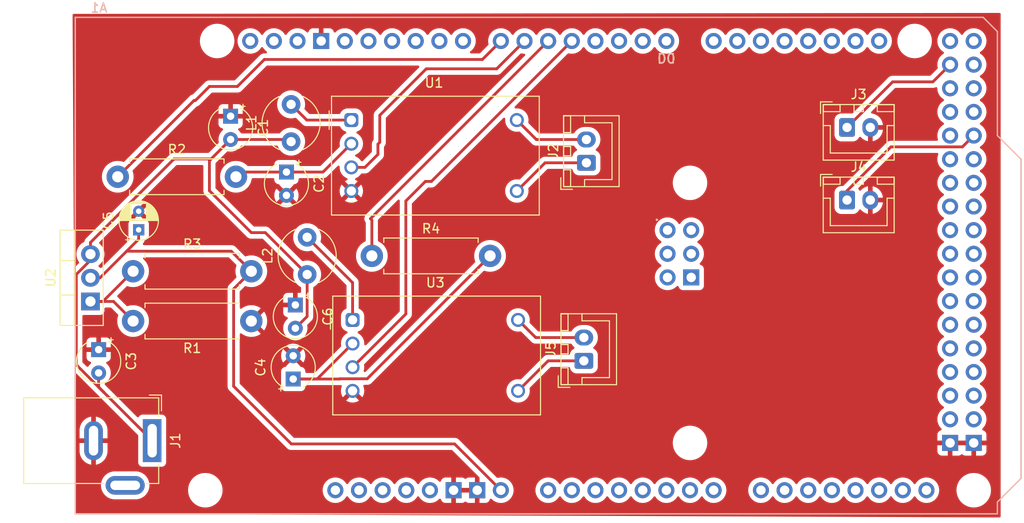
<source format=kicad_pcb>
(kicad_pcb (version 20240108) (generator "pcbnew") (generator_version "8.0")
  (layers (0 "F.Cu" signal) (31 "B.Cu" signal) (34 "B.Paste" user) (35 "F.Paste" user) (36 "B.SilkS" user "B.Silkscreen") (37 "F.SilkS" user "F.Silkscreen") (38 "B.Mask" user) (39 "F.Mask" user) (44 "Edge.Cuts" user))
  (net 0 "")
  (net 15 "Net-(U2-VO)")
  (net 25 "GND")
  (net 42 "Net-(J3-In)")
  (net 46 "analogue1")
  (net 51 "Net-(J4-In)")
  (net 82 "PWM1")
  (net 86 "VCC")
  (net 87 "Net-(U1-Analogue_Dimming)")
  (net 88 "Net-(J2-Pin_2)")
  (net 89 "Net-(J2-Pin_1)")
  (net 90 "Net-(U1-+Vin)")
  (net 91 "Net-(U2-ADJ)")
  (net 92 "PWM2")
  (net 93 "analogue2")
  (net 94 "Net-(U3-Analogue_Dimming)")
  (net 95 "Net-(J5-Pin_2)")
  (net 96 "Net-(J5-Pin_1)")
  (net 97 "Net-(U3-+Vin)")
  (footprint "Resistor_THT:R_Axial_DIN0411_L9.9mm_D3.6mm_P12.70mm_Horizontal" (layer "F.Cu") (at 120.45 72)
    (property "Reference" "R4" (at 6.35 -2.92 360) (layer "F.SilkS"))
    (property "Value" "R")
    (pad "1" thru_hole circle (at 0 0) (size 2.4 2.4) (drill 1.2) (layers "*.Cu" "*.Mask") (net 93 "analogue2"))
    (pad "2" thru_hole oval (at 12.7 0) (size 2.4 2.4) (drill 1.2) (layers "*.Cu" "*.Mask") (net 94 "Net-(U3-Analogue_Dimming)"))
  )
  (footprint "Connector_JST:JST_XH_B2B-XH-A_1x02_P2.50mm_Vertical" (layer "F.Cu") (at 143.225 83.275 90)
    (property "Reference" "J5" (at 1.25 -3.55 270) (layer "F.SilkS"))
    (property "Value" "UVLED")
    (pad "1" thru_hole roundrect (at 0 0 90) (size 1.7 2) (drill 1) (layers "*.Cu" "*.Mask") (roundrect_rratio 0.147059) (net 96 "Net-(J5-Pin_1)"))
    (pad "2" thru_hole oval (at 2.5 0 90) (size 1.7 2) (drill 1) (layers "*.Cu" "*.Mask") (net 95 "Net-(J5-Pin_2)"))
  )
  (footprint "Capacitor_THT:CP_Radial_Tantal_D4.5mm_P2.50mm" (layer "F.Cu") (at 112.228856 77.271144 -90)
    (property "Reference" "C6" (at 1.25 -3.5 90) (layer "F.SilkS"))
    (property "Value" "1uF")
    (pad "1" thru_hole rect (at 0 0 270) (size 1.6 1.6) (drill 0.8) (layers "*.Cu" "*.Mask") (net 25 "GND"))
    (pad "2" thru_hole circle (at 2.5 0 270) (size 1.6 1.6) (drill 0.8) (layers "*.Cu" "*.Mask") (net 86 "VCC"))
  )
  (footprint "Capacitor_THT:CP_Radial_Tantal_D4.5mm_P2.50mm" (layer "F.Cu") (at 111.275 62.996144 -90)
    (property "Reference" "C2" (at 1.25 -3.5 90) (layer "F.SilkS"))
    (property "Value" "C")
    (pad "1" thru_hole rect (at 0 0 270) (size 1.6 1.6) (drill 0.8) (layers "*.Cu" "*.Mask") (net 87 "Net-(U1-Analogue_Dimming)"))
    (pad "2" thru_hole circle (at 2.5 0 270) (size 1.6 1.6) (drill 0.8) (layers "*.Cu" "*.Mask") (net 25 "GND"))
  )
  (footprint "Inductor_THT:L_Radial_D6.0mm_P4.00mm" (layer "F.Cu") (at 113.5 74 90)
    (property "Reference" "L2" (at 2 -4.25 270) (layer "F.SilkS"))
    (property "Value" "22uH")
    (pad "1" thru_hole circle (at 0 0 90) (size 2 2) (drill 1) (layers "*.Cu" "*.Mask") (net 86 "VCC"))
    (pad "2" thru_hole circle (at 4 0 90) (size 2 2) (drill 1) (layers "*.Cu" "*.Mask") (net 97 "Net-(U3-+Vin)"))
  )
  (footprint "Resistor_THT:R_Axial_DIN0411_L9.9mm_D3.6mm_P12.70mm_Horizontal" (layer "F.Cu") (at 93.15 63.5)
    (property "Reference" "R2" (at 6.35 -2.92 360) (layer "F.SilkS"))
    (property "Value" "R")
    (pad "1" thru_hole circle (at 0 0) (size 2.4 2.4) (drill 1.2) (layers "*.Cu" "*.Mask") (net 46 "analogue1"))
    (pad "2" thru_hole oval (at 12.7 0) (size 2.4 2.4) (drill 1.2) (layers "*.Cu" "*.Mask") (net 87 "Net-(U1-Analogue_Dimming)"))
  )
  (footprint "Connector_JST:JST_XH_B2B-XH-A_1x02_P2.50mm_Vertical" (layer "F.Cu") (at 171.5 66)
    (property "Reference" "J4" (at 1.25 -3.55 0) (layer "F.SilkS"))
    (property "Value" "Conn_Coaxial")
    (pad "1" thru_hole roundrect (at 0 0) (size 1.7 2) (drill 1) (layers "*.Cu" "*.Mask") (roundrect_rratio 0.147059) (net 51 "Net-(J4-In)"))
    (pad "2" thru_hole oval (at 2.5 0) (size 1.7 2) (drill 1) (layers "*.Cu" "*.Mask") (net 25 "GND"))
  )
  (footprint "Connector_BarrelJack:BarrelJack_GCT_DCJ200-10-A_Horizontal" (layer "F.Cu") (at 96.85 91.85 -90)
    (property "Reference" "J1" (at 0 -2.5 90) (layer "F.SilkS"))
    (property "Value" "Barrel_Jack")
    (pad "1" thru_hole rect (at 0 0 270) (size 4.6 2) (drill oval 3.6 1) (layers "*.Cu" "*.Mask") (net 86 "VCC"))
    (pad "2" thru_hole oval (at 0 6.3 270) (size 4.2 2) (drill oval 3.2 1) (layers "*.Cu" "*.Mask") (net 25 "GND"))
    (pad "3" thru_hole oval (at 4.8 2.9 270) (size 2 4.2) (drill oval 1 3.2) (layers "*.Cu" "*.Mask"))
  )
  (footprint "Connector_JST:JST_XH_B2B-XH-A_1x02_P2.50mm_Vertical" (layer "F.Cu") (at 143.5 62 90)
    (property "Reference" "J2" (at 1.25 -3.55 270) (layer "F.SilkS"))
    (property "Value" "greenLED")
    (pad "1" thru_hole roundrect (at 0 0 90) (size 1.7 2) (drill 1) (layers "*.Cu" "*.Mask") (roundrect_rratio 0.147059) (net 89 "Net-(J2-Pin_1)"))
    (pad "2" thru_hole oval (at 2.5 0 90) (size 1.7 2) (drill 1) (layers "*.Cu" "*.Mask") (net 88 "Net-(J2-Pin_2)"))
  )
  (footprint "Connector_JST:JST_XH_B2B-XH-A_1x02_P2.50mm_Vertical" (layer "F.Cu") (at 171.5 58.2)
    (property "Reference" "J3" (at 1.25 -3.55 0) (layer "F.SilkS"))
    (property "Value" "Conn_Coaxial")
    (pad "1" thru_hole roundrect (at 0 0) (size 1.7 2) (drill 1) (layers "*.Cu" "*.Mask") (roundrect_rratio 0.147059) (net 42 "Net-(J3-In)"))
    (pad "2" thru_hole oval (at 2.5 0) (size 1.7 2) (drill 1) (layers "*.Cu" "*.Mask") (net 25 "GND"))
  )
  (footprint "Package_TO_SOT_THT:TO-220-3_Vertical" (layer "F.Cu") (at 90.22 76.894801 90)
    (property "Reference" "U2" (at 2.54 -4.27 270) (layer "F.SilkS"))
    (property "Value" "LM350_TO220_9V_output")
    (pad "1" thru_hole rect (at 0 0 90) (size 1.905 2) (drill 1.1) (layers "*.Cu" "*.Mask") (net 91 "Net-(U2-ADJ)"))
    (pad "2" thru_hole oval (at 2.54 0 90) (size 1.905 2) (drill 1.1) (layers "*.Cu" "*.Mask") (net 15 "Net-(U2-VO)"))
    (pad "3" thru_hole oval (at 5.08 0 90) (size 1.905 2) (drill 1.1) (layers "*.Cu" "*.Mask") (net 86 "VCC"))
  )
  (footprint "Converter_DCDC:Converter_DCDC_RECOM_RCD-24_THT" (layer "F.Cu") (at 118.38 78.88)
    (property "Reference" "U3" (at 8.89 -4 0) (layer "F.SilkS"))
    (property "Value" "RCD-24")
    (pad "1" thru_hole roundrect (at 0 0) (size 1.5 1.5) (drill 1) (layers "*.Cu" "*.Mask") (net 97 "Net-(U3-+Vin)"))
    (pad "2" thru_hole circle (at 0 2.54) (size 1.5 1.5) (drill 1) (layers "*.Cu" "*.Mask") (net 94 "Net-(U3-Analogue_Dimming)"))
    (pad "3" thru_hole circle (at 0 5.08) (size 1.5 1.5) (drill 1) (layers "*.Cu" "*.Mask") (net 92 "PWM2"))
    (pad "4" thru_hole circle (at 0 7.62) (size 1.5 1.5) (drill 1) (layers "*.Cu" "*.Mask") (net 25 "GND"))
    (pad "5" thru_hole circle (at 17.78 7.62) (size 1.5 1.5) (drill 1) (layers "*.Cu" "*.Mask") (net 96 "Net-(J5-Pin_1)"))
    (pad "6" thru_hole circle (at 17.78 0) (size 1.5 1.5) (drill 1) (layers "*.Cu" "*.Mask") (net 95 "Net-(J5-Pin_2)"))
  )
  (footprint "Resistor_THT:R_Axial_DIN0411_L9.9mm_D3.6mm_P12.70mm_Horizontal" (layer "F.Cu") (at 94.8 73.65)
    (property "Reference" "R3" (at 6.35 -2.92 360) (layer "F.SilkS"))
    (property "Value" "1.5k")
    (pad "1" thru_hole circle (at 0 0) (size 2.4 2.4) (drill 1.2) (layers "*.Cu" "*.Mask") (net 91 "Net-(U2-ADJ)"))
    (pad "2" thru_hole oval (at 12.7 0) (size 2.4 2.4) (drill 1.2) (layers "*.Cu" "*.Mask") (net 15 "Net-(U2-VO)"))
  )
  (footprint "Capacitor_THT:CP_Radial_Tantal_D4.5mm_P2.50mm" (layer "F.Cu") (at 112 85.228856 90)
    (property "Reference" "C4" (at 1.25 -3.5 270) (layer "F.SilkS"))
    (property "Value" "C")
    (pad "1" thru_hole rect (at 0 0 90) (size 1.6 1.6) (drill 0.8) (layers "*.Cu" "*.Mask") (net 94 "Net-(U3-Analogue_Dimming)"))
    (pad "2" thru_hole circle (at 2.5 0 90) (size 1.6 1.6) (drill 0.8) (layers "*.Cu" "*.Mask") (net 25 "GND"))
  )
  (footprint "Converter_DCDC:Converter_DCDC_RECOM_RCD-24_THT" (layer "F.Cu") (at 118.245 57.41)
    (property "Reference" "U1" (at 8.89 -4 0) (layer "F.SilkS"))
    (property "Value" "RCD-24")
    (pad "1" thru_hole roundrect (at 0 0) (size 1.5 1.5) (drill 1) (layers "*.Cu" "*.Mask") (net 90 "Net-(U1-+Vin)"))
    (pad "2" thru_hole circle (at 0 2.54) (size 1.5 1.5) (drill 1) (layers "*.Cu" "*.Mask") (net 87 "Net-(U1-Analogue_Dimming)"))
    (pad "3" thru_hole circle (at 0 5.08) (size 1.5 1.5) (drill 1) (layers "*.Cu" "*.Mask") (net 82 "PWM1"))
    (pad "4" thru_hole circle (at 0 7.62) (size 1.5 1.5) (drill 1) (layers "*.Cu" "*.Mask") (net 25 "GND"))
    (pad "5" thru_hole circle (at 17.78 7.62) (size 1.5 1.5) (drill 1) (layers "*.Cu" "*.Mask") (net 89 "Net-(J2-Pin_1)"))
    (pad "6" thru_hole circle (at 17.78 0) (size 1.5 1.5) (drill 1) (layers "*.Cu" "*.Mask") (net 88 "Net-(J2-Pin_2)"))
  )
  (footprint "Capacitor_THT:CP_Radial_D4.0mm_P2.00mm" (layer "F.Cu") (at 95.4 69.2 90)
    (property "Reference" "C5" (at 1 -3.25 270) (layer "F.SilkS"))
    (property "Value" "1uF")
    (pad "1" thru_hole rect (at 0 0 90) (size 1.2 1.2) (drill 0.6) (layers "*.Cu" "*.Mask") (net 15 "Net-(U2-VO)"))
    (pad "2" thru_hole circle (at 2 0 90) (size 1.2 1.2) (drill 0.6) (layers "*.Cu" "*.Mask") (net 25 "GND"))
  )
  (footprint "Capacitor_THT:CP_Radial_Tantal_D4.5mm_P2.50mm" (layer "F.Cu") (at 105.275 56.996144 -90)
    (property "Reference" "C1" (at 1.25 -3.5 90) (layer "F.SilkS"))
    (property "Value" "1uF")
    (pad "1" thru_hole rect (at 0 0 270) (size 1.6 1.6) (drill 0.8) (layers "*.Cu" "*.Mask") (net 25 "GND"))
    (pad "2" thru_hole circle (at 2.5 0 270) (size 1.6 1.6) (drill 0.8) (layers "*.Cu" "*.Mask") (net 86 "VCC"))
  )
  (footprint "PCM_arduino-library:Arduino_Mega2560_R3_Shield" (layer "F.Cu") (at 88.589199 99.714237)
    (property "Reference" "A1" (at 2.54 -54.356 0) (layer "B.SilkS") (effects (justify mirror)))
    (property "Value" "Arduino_Mega2560_R3_Shield")
    (fp_text user "D0" (at 63.5 -48.895 0) (layer "B.SilkS") (effects (justify mirror)))
    (fp_text user "." (at 62.484 -32.004 0) (layer "B.SilkS"))
    (fp_text user "." (at 62.484 -32.004 0) (layer "F.SilkS"))
    (fp_text user "D0" (at 63.5 -48.895 0) (layer "F.SilkS"))
    (pad "" np_thru_hole circle (at 13.97 -2.54) (size 3.2 3.2) (drill 3.2) (layers "*.Cu" "*.Mask"))
    (pad "" np_thru_hole circle (at 15.24 -50.8) (size 3.2 3.2) (drill 3.2) (layers "*.Cu" "*.Mask"))
    (pad "" thru_hole oval (at 27.94 -2.54) (size 1.7272 1.7272) (drill 1.016) (layers "*.Cu" "*.Mask"))
    (pad "" np_thru_hole circle (at 66.04 -35.56) (size 3.2 3.2) (drill 3.2) (layers "*.Cu" "*.Mask"))
    (pad "" np_thru_hole circle (at 66.04 -7.62) (size 3.2 3.2) (drill 3.2) (layers "*.Cu" "*.Mask"))
    (pad "" np_thru_hole circle (at 90.17 -50.8) (size 3.2 3.2) (drill 3.2) (layers "*.Cu" "*.Mask"))
    (pad "" np_thru_hole circle (at 96.52 -2.54) (size 3.2 3.2) (drill 3.2) (layers "*.Cu" "*.Mask"))
    (pad "3V3" thru_hole oval (at 35.56 -2.54) (size 1.7272 1.7272) (drill 1.016) (layers "*.Cu" "*.Mask"))
    (pad "5V1" thru_hole oval (at 38.1 -2.54) (size 1.7272 1.7272) (drill 1.016) (layers "*.Cu" "*.Mask"))
    (pad "5V2" thru_hole oval (at 66.167 -30.48) (size 1.7272 1.7272) (drill 1.016) (layers "*.Cu" "*.Mask"))
    (pad "5V3" thru_hole oval (at 93.98 -50.8) (size 1.7272 1.7272) (drill 1.016) (layers "*.Cu" "*.Mask"))
    (pad "5V4" thru_hole oval (at 96.52 -50.8) (size 1.7272 1.7272) (drill 1.016) (layers "*.Cu" "*.Mask"))
    (pad "A0" thru_hole oval (at 50.8 -2.54) (size 1.7272 1.7272) (drill 1.016) (layers "*.Cu" "*.Mask"))
    (pad "A1" thru_hole oval (at 53.34 -2.54) (size 1.7272 1.7272) (drill 1.016) (layers "*.Cu" "*.Mask"))
    (pad "A2" thru_hole oval (at 55.88 -2.54) (size 1.7272 1.7272) (drill 1.016) (layers "*.Cu" "*.Mask"))
    (pad "A3" thru_hole oval (at 58.42 -2.54) (size 1.7272 1.7272) (drill 1.016) (layers "*.Cu" "*.Mask"))
    (pad "A4" thru_hole oval (at 60.96 -2.54) (size 1.7272 1.7272) (drill 1.016) (layers "*.Cu" "*.Mask"))
    (pad "A5" thru_hole oval (at 63.5 -2.54) (size 1.7272 1.7272) (drill 1.016) (layers "*.Cu" "*.Mask"))
    (pad "A6" thru_hole oval (at 66.04 -2.54) (size 1.7272 1.7272) (drill 1.016) (layers "*.Cu" "*.Mask"))
    (pad "A7" thru_hole oval (at 68.58 -2.54) (size 1.7272 1.7272) (drill 1.016) (layers "*.Cu" "*.Mask"))
    (pad "A8" thru_hole oval (at 73.66 -2.54) (size 1.7272 1.7272) (drill 1.016) (layers "*.Cu" "*.Mask"))
    (pad "A9" thru_hole oval (at 76.2 -2.54) (size 1.7272 1.7272) (drill 1.016) (layers "*.Cu" "*.Mask"))
    (pad "A10" thru_hole oval (at 78.74 -2.54) (size 1.7272 1.7272) (drill 1.016) (layers "*.Cu" "*.Mask"))
    (pad "A11" thru_hole oval (at 81.28 -2.54) (size 1.7272 1.7272) (drill 1.016) (layers "*.Cu" "*.Mask"))
    (pad "A12" thru_hole oval (at 83.82 -2.54) (size 1.7272 1.7272) (drill 1.016) (layers "*.Cu" "*.Mask"))
    (pad "A13" thru_hole oval (at 86.36 -2.54) (size 1.7272 1.7272) (drill 1.016) (layers "*.Cu" "*.Mask"))
    (pad "A14" thru_hole oval (at 88.9 -2.54) (size 1.7272 1.7272) (drill 1.016) (layers "*.Cu" "*.Mask"))
    (pad "A15" thru_hole oval (at 91.44 -2.54) (size 1.7272 1.7272) (drill 1.016) (layers "*.Cu" "*.Mask"))
    (pad "AREF" thru_hole oval (at 23.876 -50.8) (size 1.7272 1.7272) (drill 1.016) (layers "*.Cu" "*.Mask"))
    (pad "D0" thru_hole oval (at 63.5 -50.8) (size 1.7272 1.7272) (drill 1.016) (layers "*.Cu" "*.Mask"))
    (pad "D1" thru_hole oval (at 60.96 -50.8) (size 1.7272 1.7272) (drill 1.016) (layers "*.Cu" "*.Mask"))
    (pad "D2" thru_hole oval (at 58.42 -50.8) (size 1.7272 1.7272) (drill 1.016) (layers "*.Cu" "*.Mask"))
    (pad "D3" thru_hole oval (at 55.88 -50.8) (size 1.7272 1.7272) (drill 1.016) (layers "*.Cu" "*.Mask"))
    (pad "D4" thru_hole oval (at 53.34 -50.8) (size 1.7272 1.7272) (drill 1.016) (layers "*.Cu" "*.Mask") (net 92 "PWM2"))
    (pad "D5" thru_hole oval (at 50.8 -50.8) (size 1.7272 1.7272) (drill 1.016) (layers "*.Cu" "*.Mask") (net 93 "analogue2"))
    (pad "D6" thru_hole oval (at 48.26 -50.8) (size 1.7272 1.7272) (drill 1.016) (layers "*.Cu" "*.Mask") (net 82 "PWM1"))
    (pad "D7" thru_hole oval (at 45.72 -50.8) (size 1.7272 1.7272) (drill 1.016) (layers "*.Cu" "*.Mask") (net 46 "analogue1"))
    (pad "D8" thru_hole oval (at 41.656 -50.8) (size 1.7272 1.7272) (drill 1.016) (layers "*.Cu" "*.Mask"))
    (pad "D9" thru_hole oval (at 39.116 -50.8) (size 1.7272 1.7272) (drill 1.016) (layers "*.Cu" "*.Mask"))
    (pad "D10" thru_hole oval (at 36.576 -50.8) (size 1.7272 1.7272) (drill 1.016) (layers "*.Cu" "*.Mask"))
    (pad "D11" thru_hole oval (at 34.036 -50.8) (size 1.7272 1.7272) (drill 1.016) (layers "*.Cu" "*.Mask"))
    (pad "D12" thru_hole oval (at 31.496 -50.8) (size 1.7272 1.7272) (drill 1.016) (layers "*.Cu" "*.Mask"))
    (pad "D13" thru_hole oval (at 28.956 -50.8) (size 1.7272 1.7272) (drill 1.016) (layers "*.Cu" "*.Mask"))
    (pad "D14" thru_hole oval (at 68.58 -50.8) (size 1.7272 1.7272) (drill 1.016) (layers "*.Cu" "*.Mask"))
    (pad "D15" thru_hole oval (at 71.12 -50.8) (size 1.7272 1.7272) (drill 1.016) (layers "*.Cu" "*.Mask"))
    (pad "D16" thru_hole oval (at 73.66 -50.8) (size 1.7272 1.7272) (drill 1.016) (layers "*.Cu" "*.Mask"))
    (pad "D17" thru_hole oval (at 76.2 -50.8) (size 1.7272 1.7272) (drill 1.016) (layers "*.Cu" "*.Mask"))
    (pad "D18" thru_hole oval (at 78.74 -50.8) (size 1.7272 1.7272) (drill 1.016) (layers "*.Cu" "*.Mask"))
    (pad "D19" thru_hole oval (at 81.28 -50.8) (size 1.7272 1.7272) (drill 1.016) (layers "*.Cu" "*.Mask"))
    (pad "D20" thru_hole oval (at 83.82 -50.8) (size 1.7272 1.7272) (drill 1.016) (layers "*.Cu" "*.Mask"))
    (pad "D21" thru_hole oval (at 86.36 -50.8) (size 1.7272 1.7272) (drill 1.016) (layers "*.Cu" "*.Mask"))
    (pad "D22" thru_hole oval (at 93.98 -48.26) (size 1.7272 1.7272) (drill 1.016) (layers "*.Cu" "*.Mask") (net 42 "Net-(J3-In)"))
    (pad "D23" thru_hole oval (at 96.52 -48.26) (size 1.7272 1.7272) (drill 1.016) (layers "*.Cu" "*.Mask"))
    (pad "D24" thru_hole oval (at 93.98 -45.72) (size 1.7272 1.7272) (drill 1.016) (layers "*.Cu" "*.Mask"))
    (pad "D25" thru_hole oval (at 96.52 -45.72) (size 1.7272 1.7272) (drill 1.016) (layers "*.Cu" "*.Mask"))
    (pad "D26" thru_hole oval (at 93.98 -43.18) (size 1.7272 1.7272) (drill 1.016) (layers "*.Cu" "*.Mask"))
    (pad "D27" thru_hole oval (at 96.52 -43.18) (size 1.7272 1.7272) (drill 1.016) (layers "*.Cu" "*.Mask"))
    (pad "D28" thru_hole oval (at 93.98 -40.64) (size 1.7272 1.7272) (drill 1.016) (layers "*.Cu" "*.Mask"))
    (pad "D29" thru_hole oval (at 96.52 -40.64) (size 1.7272 1.7272) (drill 1.016) (layers "*.Cu" "*.Mask") (net 51 "Net-(J4-In)"))
    (pad "D30" thru_hole oval (at 93.98 -38.1) (size 1.7272 1.7272) (drill 1.016) (layers "*.Cu" "*.Mask"))
    (pad "D31" thru_hole oval (at 96.52 -38.1) (size 1.7272 1.7272) (drill 1.016) (layers "*.Cu" "*.Mask"))
    (pad "D32" thru_hole oval (at 93.98 -35.56) (size 1.7272 1.7272) (drill 1.016) (layers "*.Cu" "*.Mask"))
    (pad "D33" thru_hole oval (at 96.52 -35.56) (size 1.7272 1.7272) (drill 1.016) (layers "*.Cu" "*.Mask"))
    (pad "D34" thru_hole oval (at 93.98 -33.02) (size 1.7272 1.7272) (drill 1.016) (layers "*.Cu" "*.Mask"))
    (pad "D35" thru_hole oval (at 96.52 -33.02) (size 1.7272 1.7272) (drill 1.016) (layers "*.Cu" "*.Mask"))
    (pad "D36" thru_hole oval (at 93.98 -30.48) (size 1.7272 1.7272) (drill 1.016) (layers "*.Cu" "*.Mask"))
    (pad "D37" thru_hole oval (at 96.52 -30.48) (size 1.7272 1.7272) (drill 1.016) (layers "*.Cu" "*.Mask"))
    (pad "D38" thru_hole oval (at 93.98 -27.94) (size 1.7272 1.7272) (drill 1.016) (layers "*.Cu" "*.Mask"))
    (pad "D39" thru_hole oval (at 96.52 -27.94) (size 1.7272 1.7272) (drill 1.016) (layers "*.Cu" "*.Mask"))
    (pad "D40" thru_hole oval (at 93.98 -25.4) (size 1.7272 1.7272) (drill 1.016) (layers "*.Cu" "*.Mask"))
    (pad "D41" thru_hole oval (at 96.52 -25.4) (size 1.7272 1.7272) (drill 1.016) (layers "*.Cu" "*.Mask"))
    (pad "D42" thru_hole oval (at 93.98 -22.86) (size 1.7272 1.7272) (drill 1.016) (layers "*.Cu" "*.Mask"))
    (pad "D43" thru_hole oval (at 96.52 -22.86) (size 1.7272 1.7272) (drill 1.016) (layers "*.Cu" "*.Mask"))
    (pad "D44" thru_hole oval (at 93.98 -20.32) (size 1.7272 1.7272) (drill 1.016) (layers "*.Cu" "*.Mask"))
    (pad "D45" thru_hole oval (at 96.52 -20.32) (size 1.7272 1.7272) (drill 1.016) (layers "*.Cu" "*.Mask"))
    (pad "D46" thru_hole oval (at 93.98 -17.78) (size 1.7272 1.7272) (drill 1.016) (layers "*.Cu" "*.Mask"))
    (pad "D47" thru_hole oval (at 96.52 -17.78) (size 1.7272 1.7272) (drill 1.016) (layers "*.Cu" "*.Mask"))
    (pad "D48" thru_hole oval (at 93.98 -15.24) (size 1.7272 1.7272) (drill 1.016) (layers "*.Cu" "*.Mask"))
    (pad "D49" thru_hole oval (at 96.52 -15.24) (size 1.7272 1.7272) (drill 1.016) (layers "*.Cu" "*.Mask"))
    (pad "D50" thru_hole oval (at 93.98 -12.7) (size 1.7272 1.7272) (drill 1.016) (layers "*.Cu" "*.Mask"))
    (pad "D51" thru_hole oval (at 96.52 -12.7) (size 1.7272 1.7272) (drill 1.016) (layers "*.Cu" "*.Mask"))
    (pad "D52" thru_hole oval (at 93.98 -10.16) (size 1.7272 1.7272) (drill 1.016) (layers "*.Cu" "*.Mask"))
    (pad "D53" thru_hole oval (at 96.52 -10.16) (size 1.7272 1.7272) (drill 1.016) (layers "*.Cu" "*.Mask"))
    (pad "GND1" thru_hole rect (at 26.416 -50.8) (size 1.7272 1.7272) (drill 1.016) (layers "*.Cu" "*.Mask") (net 25 "GND"))
    (pad "GND2" thru_hole rect (at 40.64 -2.54) (size 1.7272 1.7272) (drill 1.016) (layers "*.Cu" "*.Mask") (net 25 "GND"))
    (pad "GND3" thru_hole rect (at 43.18 -2.54) (size 1.7272 1.7272) (drill 1.016) (layers "*.Cu" "*.Mask") (net 25 "GND"))
    (pad "GND4" thru_hole rect (at 66.167 -25.4) (size 1.7272 1.7272) (drill 1.016) (layers "*.Cu" "*.Mask"))
    (pad "GND5" thru_hole rect (at 93.98 -7.62) (size 1.7272 1.7272) (drill 1.016) (layers "*.Cu" "*.Mask") (net 25 "GND"))
    (pad "GND6" thru_hole rect (at 96.52 -7.62) (size 1.7272 1.7272) (drill 1.016) (layers "*.Cu" "*.Mask") (net 25 "GND"))
    (pad "IORF" thru_hole oval (at 30.48 -2.54) (size 1.7272 1.7272) (drill 1.016) (layers "*.Cu" "*.Mask"))
    (pad "MISO" thru_hole oval (at 63.627 -30.48) (size 1.7272 1.7272) (drill 1.016) (layers "*.Cu" "*.Mask"))
    (pad "MOSI" thru_hole oval (at 66.167 -27.94) (size 1.7272 1.7272) (drill 1.016) (layers "*.Cu" "*.Mask"))
    (pad "RST1" thru_hole oval (at 33.02 -2.54) (size 1.7272 1.7272) (drill 1.016) (layers "*.Cu" "*.Mask"))
    (pad "RST2" thru_hole oval (at 63.627 -25.4) (size 1.7272 1.7272) (drill 1.016) (layers "*.Cu" "*.Mask"))
    (pad "SCK" thru_hole oval (at 63.627 -27.94) (size 1.7272 1.7272) (drill 1.016) (layers "*.Cu" "*.Mask"))
    (pad "SCL" thru_hole oval (at 18.796 -50.8) (size 1.7272 1.7272) (drill 1.016) (layers "*.Cu" "*.Mask"))
    (pad "SDA" thru_hole oval (at 21.336 -50.8) (size 1.7272 1.7272) (drill 1.016) (layers "*.Cu" "*.Mask"))
    (pad "VIN" thru_hole oval (at 45.72 -2.54) (size 1.7272 1.7272) (drill 1.016) (layers "*.Cu" "*.Mask") (net 15 "Net-(U2-VO)"))
  )
  (footprint "Resistor_THT:R_Axial_DIN0411_L9.9mm_D3.6mm_P12.70mm_Horizontal" (layer "F.Cu") (at 107.5 79 180)
    (property "Reference" "R1" (at 6.35 -2.92 180) (layer "F.SilkS"))
    (property "Value" "10k")
    (pad "1" thru_hole circle (at 0 0 180) (size 2.4 2.4) (drill 1.2) (layers "*.Cu" "*.Mask") (net 25 "GND"))
    (pad "2" thru_hole oval (at 12.7 0 180) (size 2.4 2.4) (drill 1.2) (layers "*.Cu" "*.Mask") (net 91 "Net-(U2-ADJ)"))
  )
  (footprint "Inductor_THT:L_Radial_D6.0mm_P4.00mm" (layer "F.Cu") (at 111.775 59.725 90)
    (property "Reference" "L1" (at 2 -4.25 270) (layer "F.SilkS"))
    (property "Value" "22uH")
    (pad "1" thru_hole circle (at 0 0 90) (size 2 2) (drill 1) (layers "*.Cu" "*.Mask") (net 86 "VCC"))
    (pad "2" thru_hole circle (at 4 0 90) (size 2 2) (drill 1) (layers "*.Cu" "*.Mask") (net 90 "Net-(U1-+Vin)"))
  )
  (footprint "Capacitor_THT:CP_Radial_Tantal_D4.5mm_P2.50mm" (layer "F.Cu") (at 91.1 82.071144 -90)
    (property "Reference" "C3" (at 1.25 -3.5 90) (layer "F.SilkS"))
    (property "Value" "0.1uF")
    (pad "1" thru_hole rect (at 0 0 270) (size 1.6 1.6) (drill 0.8) (layers "*.Cu" "*.Mask") (net 25 "GND"))
    (pad "2" thru_hole circle (at 2.5 0 270) (size 1.6 1.6) (drill 0.8) (layers "*.Cu" "*.Mask") (net 86 "VCC"))
  )
  (segment (start 95.4 69.2) (end 95.4 70.2) (width 0.3) (layer "F.Cu") (net 15))
  (segment (start 105.6 86) (end 111.8 92.2) (width 0.3) (layer "F.Cu") (net 15))
  (segment (start 111.8 92.2) (end 129.334962 92.2) (width 0.3) (layer "F.Cu") (net 15))
  (segment (start 94.1 71.5) (end 105.35 71.5) (width 0.3) (layer "F.Cu") (net 15))
  (segment (start 107.5 73.65) (end 105.6 75.55) (width 0.3) (layer "F.Cu") (net 15))
  (segment (start 105.6 75.55) (end 105.6 86) (width 0.3) (layer "F.Cu") (net 15))
  (segment (start 95.4 70.2) (end 94.1 71.5) (width 0.3) (layer "F.Cu") (net 15))
  (segment (start 90.22 74.354801) (end 91.245199 74.354801) (width 0.3) (layer "F.Cu") (net 15))
  (segment (start 91.245199 74.354801) (end 94.1 71.5) (width 0.3) (layer "F.Cu") (net 15))
  (segment (start 105.35 71.5) (end 107.5 73.65) (width 0.3) (layer "F.Cu") (net 15))
  (segment (start 129.334962 92.2) (end 134.309199 97.174237) (width 0.3) (layer "F.Cu") (net 15))
  (segment (start 176.4 53.3) (end 180.723436 53.3) (width 0.3) (layer "F.Cu") (net 42))
  (segment (start 180.723436 53.3) (end 182.569199 51.454237) (width 0.3) (layer "F.Cu") (net 42))
  (segment (start 171.5 58.2) (end 176.4 53.3) (width 0.3) (layer "F.Cu") (net 42))
  (segment (start 106 53.8) (end 103 53.8) (width 0.3) (layer "F.Cu") (net 46))
  (segment (start 101.35 55.3) (end 93.15 63.5) (width 0.3) (layer "F.Cu") (net 46))
  (segment (start 132.323436 50.9) (end 108.9 50.9) (width 0.3) (layer "F.Cu") (net 46))
  (segment (start 134.309199 48.914237) (end 132.323436 50.9) (width 0.3) (layer "F.Cu") (net 46))
  (segment (start 108.9 50.9) (end 106 53.8) (width 0.3) (layer "F.Cu") (net 46))
  (segment (start 103 53.8) (end 101.5 55.3) (width 0.3) (layer "F.Cu") (net 46))
  (segment (start 101.5 55.3) (end 101.35 55.3) (width 0.3) (layer "F.Cu") (net 46))
  (segment (start 171.5 65) (end 176.212163 60.287837) (width 0.3) (layer "F.Cu") (net 51))
  (segment (start 176.212163 60.287837) (end 183.895599 60.287837) (width 0.3) (layer "F.Cu") (net 51))
  (segment (start 183.895599 60.287837) (end 185.109199 59.074237) (width 0.3) (layer "F.Cu") (net 51))
  (segment (start 171.5 66) (end 171.5 65) (width 0.3) (layer "F.Cu") (net 51))
  (segment (start 121.3 59.8) (end 121.1 60) (width 0.3) (layer "F.Cu") (net 82))
  (segment (start 121.1 60) (end 121.1 61.1) (width 0.3) (layer "F.Cu") (net 82))
  (segment (start 121.1 61.1) (end 119.71 62.49) (width 0.3) (layer "F.Cu") (net 82))
  (segment (start 119.71 62.49) (end 118.245 62.49) (width 0.3) (layer "F.Cu") (net 82))
  (segment (start 121.3 56.9) (end 121.3 59.8) (width 0.3) (layer "F.Cu") (net 82))
  (segment (start 136.849199 48.914237) (end 133.863436 51.9) (width 0.3) (layer "F.Cu") (net 82))
  (segment (start 133.863436 51.9) (end 126.3 51.9) (width 0.3) (layer "F.Cu") (net 82))
  (segment (start 126.3 51.9) (end 121.3 56.9) (width 0.3) (layer "F.Cu") (net 82))
  (segment (start 96.85 91.85) (end 96.85 90.55) (width 0.3) (layer "F.Cu") (net 86))
  (segment (start 90.22 70.562301) (end 99.196729 61.585572) (width 0.3) (layer "F.Cu") (net 86))
  (segment (start 109 69.5) (end 107.5 69.5) (width 0.3) (layer "F.Cu") (net 86))
  (segment (start 105.275 59.496144) (end 111.546144 59.496144) (width 0.3) (layer "F.Cu") (net 86))
  (segment (start 112.228856 79.771144) (end 113.5 78.5) (width 0.3) (layer "F.Cu") (net 86))
  (segment (start 91.1 86.1) (end 91.65 86.65) (width 0.3) (layer "F.Cu") (net 86))
  (segment (start 105.275 59.567288) (end 105.275 59.496144) (width 0.3) (layer "F.Cu") (net 86))
  (segment (start 91.65 86.65) (end 88.7 83.7) (width 0.3) (layer "F.Cu") (net 86))
  (segment (start 90.22 71.814801) (end 90.22 70.562301) (width 0.3) (layer "F.Cu") (net 86))
  (segment (start 88.7 83.7) (end 88.7 73.985288) (width 0.3) (layer "F.Cu") (net 86))
  (segment (start 88.7 73.985288) (end 90.22 72.465288) (width 0.3) (layer "F.Cu") (net 86))
  (segment (start 91.1 84.571144) (end 91.1 86.1) (width 0.3) (layer "F.Cu") (net 86))
  (segment (start 111.546144 59.496144) (end 111.775 59.725) (width 0.3) (layer "F.Cu") (net 86))
  (segment (start 107.5 69.5) (end 103 65) (width 0.3) (layer "F.Cu") (net 86))
  (segment (start 99.196729 61.585572) (end 103.185572 61.585572) (width 0.3) (layer "F.Cu") (net 86))
  (segment (start 103 65) (end 103 61.771144) (width 0.3) (layer "F.Cu") (net 86))
  (segment (start 113.5 78.5) (end 113.5 74) (width 0.3) (layer "F.Cu") (net 86))
  (segment (start 113.5 74) (end 109 69.5) (width 0.3) (layer "F.Cu") (net 86))
  (segment (start 90.22 72.465288) (end 90.22 71.814801) (width 0.3) (layer "F.Cu") (net 86))
  (segment (start 96.85 91.85) (end 91.65 86.65) (width 0.3) (layer "F.Cu") (net 86))
  (segment (start 103.185572 61.585572) (end 105.275 59.496144) (width 0.3) (layer "F.Cu") (net 86))
  (segment (start 103 61.771144) (end 103.185572 61.585572) (width 0.3) (layer "F.Cu") (net 86))
  (segment (start 106.353856 62.996144) (end 105.85 63.5) (width 0.3) (layer "F.Cu") (net 87))
  (segment (start 111.275 62.996144) (end 106.353856 62.996144) (width 0.3) (layer "F.Cu") (net 87))
  (segment (start 115.198856 62.996144) (end 118.245 59.95) (width 0.3) (layer "F.Cu") (net 87))
  (segment (start 111.275 62.996144) (end 115.198856 62.996144) (width 0.3) (layer "F.Cu") (net 87))
  (segment (start 138.115 59.5) (end 143.5 59.5) (width 0.3) (layer "F.Cu") (net 88))
  (segment (start 136.025 57.41) (end 138.115 59.5) (width 0.3) (layer "F.Cu") (net 88))
  (segment (start 143.5 62) (end 139.055 62) (width 0.3) (layer "F.Cu") (net 89))
  (segment (start 139.055 62) (end 136.025 65.03) (width 0.3) (layer "F.Cu") (net 89))
  (segment (start 113.46 57.41) (end 111.775 55.725) (width 0.3) (layer "F.Cu") (net 90))
  (segment (start 118.245 57.41) (end 113.46 57.41) (width 0.3) (layer "F.Cu") (net 90))
  (segment (start 92.694801 76.894801) (end 90.22 76.894801) (width 0.3) (layer "F.Cu") (net 91))
  (segment (start 94.8 73.65) (end 91.555199 76.894801) (width 0.3) (layer "F.Cu") (net 91))
  (segment (start 94.8 79) (end 92.694801 76.894801) (width 0.3) (layer "F.Cu") (net 91))
  (segment (start 91.555199 76.894801) (end 90.22 76.894801) (width 0.3) (layer "F.Cu") (net 91))
  (segment (start 126.2 64) (end 126.843436 64) (width 0.3) (layer "F.Cu") (net 92))
  (segment (start 118.38 83.96) (end 124.1 78.24) (width 0.3) (layer "F.Cu") (net 92))
  (segment (start 124.1 66.1) (end 126.2 64) (width 0.3) (layer "F.Cu") (net 92))
  (segment (start 124.1 78.24) (end 124.1 66.1) (width 0.3) (layer "F.Cu") (net 92))
  (segment (start 126.843436 64) (end 141.929199 48.914237) (width 0.3) (layer "F.Cu") (net 92))
  (segment (start 139.389199 48.914237) (end 120.3 68.003436) (width 0.3) (layer "F.Cu") (net 93))
  (segment (start 120.3 68.003436) (end 120.45 68.153436) (width 0.3) (layer "F.Cu") (net 93))
  (segment (start 120.45 68.153436) (end 120.45 72) (width 0.3) (layer "F.Cu") (net 93))
  (segment (start 119.95 85.2) (end 117 85.2) (width 0.3) (layer "F.Cu") (net 94))
  (segment (start 133.15 72) (end 119.95 85.2) (width 0.3) (layer "F.Cu") (net 94))
  (segment (start 114.571144 85.228856) (end 118.38 81.42) (width 0.3) (layer "F.Cu") (net 94))
  (segment (start 112 85.228856) (end 114.571144 85.228856) (width 0.3) (layer "F.Cu") (net 94))
  (segment (start 116.971144 85.228856) (end 112 85.228856) (width 0.3) (layer "F.Cu") (net 94))
  (segment (start 117 85.2) (end 116.971144 85.228856) (width 0.3) (layer "F.Cu") (net 94))
  (segment (start 138.055 80.775) (end 136.16 78.88) (width 0.3) (layer "F.Cu") (net 95))
  (segment (start 143.225 80.775) (end 138.055 80.775) (width 0.3) (layer "F.Cu") (net 95))
  (segment (start 143.225 83.275) (end 139.385 83.275) (width 0.3) (layer "F.Cu") (net 96))
  (segment (start 139.385 83.275) (end 136.16 86.5) (width 0.3) (layer "F.Cu") (net 96))
  (segment (start 113.5 70) (end 118.38 74.88) (width 0.3) (layer "F.Cu") (net 97))
  (segment (start 118.38 74.88) (end 118.38 78.88) (width 0.3) (layer "F.Cu") (net 97))
  (zone (net 25) (net_name "GND") (layer "F.Cu") (connect_pads (clearance 0.5)) (min_thickness 0.25) (fill yes (thermal_gap 0.5) (thermal_bridge_width 0.5))
    (polygon (pts (xy 88.3 46) (xy 188 45.9) (xy 188 100.1) (xy 88.589199 99.714237)))
  )
)
</source>
